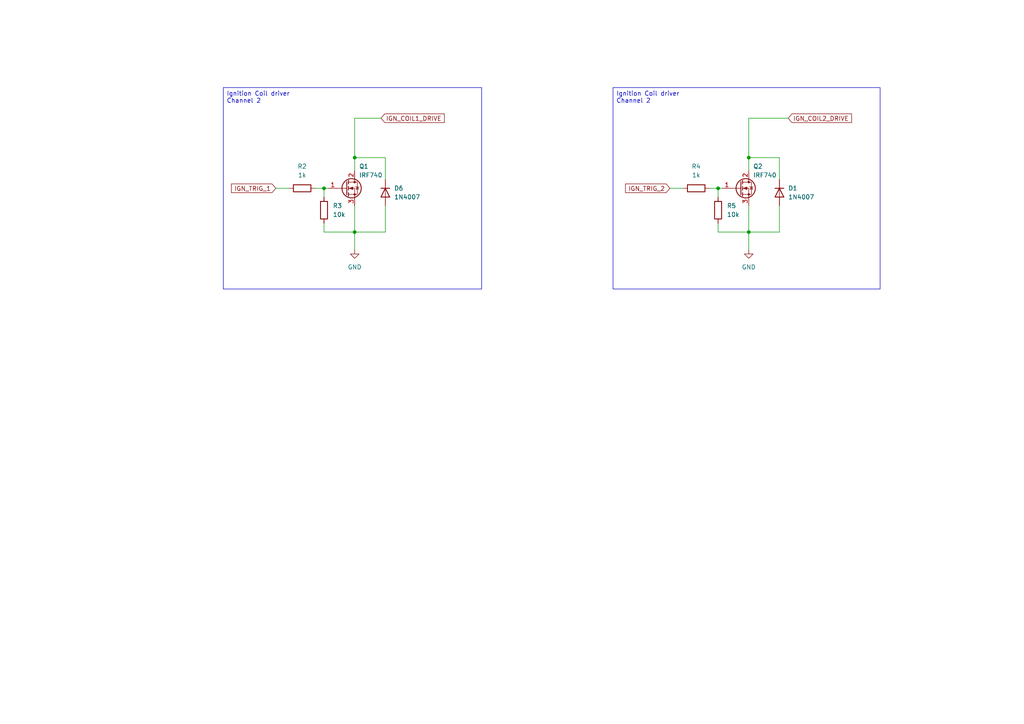
<source format=kicad_sch>
(kicad_sch (version 20230121) (generator eeschema)
  (paper "A4")
  (lib_symbols
    (symbol "Device:D" (pin_numbers hide) (pin_names (offset 1.016) hide)
      (property "Reference" "D" (at 0 2.54 0))
      (property "Value" "D" (at 0 -2.54 0))
      (symbol "D_0_1"
        (polyline (pts (xy -1.27 1.27) (xy -1.27 -1.27)) (stroke (width 0.254)))
        (polyline (pts (xy 1.27 0) (xy -1.27 0)))
        (polyline (pts (xy 1.27 1.27) (xy 1.27 -1.27) (xy -1.27 0) (xy 1.27 1.27)) (stroke (width 0.254)))
      )
      (symbol "D_1_1"
        (pin passive line (at -3.81 0 0) (length 2.54) (name "K") (number "1"))
        (pin passive line (at 3.81 0 180) (length 2.54) (name "A") (number "2"))
      )
    )
    (symbol "Device:R" (pin_numbers hide) (pin_names (offset 0))
      (property "Reference" "R" (at 2.032 0 90))
      (property "Value" "R" (at 0 0 90))
      (symbol "R_0_1"
        (rectangle (start -1.016 -2.54) (end 1.016 2.54) (stroke (width 0.254)))
      )
      (symbol "R_1_1"
        (pin passive line (at 0 3.81 270) (length 1.27) (name "~") (number "1"))
        (pin passive line (at 0 -3.81 90) (length 1.27) (name "~") (number "2"))
      )
    )
    (symbol "Transistor_FET:IRF740" (pin_names hide)
      (property "Reference" "Q" (at 6.35 1.905 0))
      (property "Value" "IRF740" (at 6.35 0 0))
      (symbol "IRF740_0_1"
        (polyline (pts (xy 0.254 0) (xy -2.54 0)))
        (polyline (pts (xy 0.254 1.905) (xy 0.254 -1.905)) (stroke (width 0.254)))
        (polyline (pts (xy 0.762 -1.27) (xy 0.762 -2.286)) (stroke (width 0.254)))
        (polyline (pts (xy 0.762 0.508) (xy 0.762 -0.508)) (stroke (width 0.254)))
        (polyline (pts (xy 0.762 2.286) (xy 0.762 1.27)) (stroke (width 0.254)))
        (polyline (pts (xy 2.54 2.54) (xy 2.54 1.778)))
        (polyline (pts (xy 2.54 -2.54) (xy 2.54 0) (xy 0.762 0)))
        (polyline (pts (xy 0.762 -1.778) (xy 3.302 -1.778) (xy 3.302 1.778) (xy 0.762 1.778)))
        (polyline (pts (xy 1.016 0) (xy 2.032 0.381) (xy 2.032 -0.381) (xy 1.016 0)) (fill (type outline)))
        (polyline (pts (xy 2.794 0.508) (xy 2.921 0.381) (xy 3.683 0.381) (xy 3.81 0.254)))
        (polyline (pts (xy 3.302 0.381) (xy 2.921 -0.254) (xy 3.683 -0.254) (xy 3.302 0.381)))
        (circle (center 1.651 0) (radius 2.794) (stroke (width 0.254)))
        (circle (center 2.54 -1.778) (radius 0.254) (fill (type outline)))
        (circle (center 2.54 1.778) (radius 0.254) (fill (type outline)))
      )
      (symbol "IRF740_1_1"
        (pin input line (at -5.08 0 0) (length 2.54) (name "G") (number "1"))
        (pin passive line (at 2.54 5.08 270) (length 2.54) (name "D") (number "2"))
        (pin passive line (at 2.54 -5.08 90) (length 2.54) (name "S") (number "3"))
      )
    )
    (symbol "power:GND" (power) (pin_names (offset 0))
      (property "Value" "GND" (at 0 -3.81 0))
      (symbol "GND_0_1"
        (polyline (pts (xy 0 0) (xy 0 -1.27) (xy 1.27 -1.27) (xy 0 -2.54) (xy -1.27 -1.27) (xy 0 -1.27)))
      )
      (symbol "GND_1_1"
        (pin power_in line (at 0 0 270) (length 0) hide (name "GND") (number "1"))
      )
    )
  )
  (junction (at 102.87 45.72))
  (junction (at 217.17 45.72))
  (junction (at 93.98 54.61))
  (junction (at 102.87 67.31))
  (junction (at 217.17 67.31))
  (junction (at 208.28 54.61))
  (wire (pts (xy 217.17 59.69) (xy 217.17 67.31)))
  (wire (pts (xy 226.06 67.31) (xy 217.17 67.31)))
  (wire (pts (xy 226.06 45.72) (xy 217.17 45.72)))
  (wire (pts (xy 208.28 64.77) (xy 208.28 67.31)))
  (wire (pts (xy 102.87 45.72) (xy 102.87 49.53)))
  (wire (pts (xy 91.44 54.61) (xy 93.98 54.61)))
  (wire (pts (xy 226.06 52.07) (xy 226.06 45.72)))
  (wire (pts (xy 102.87 34.29) (xy 110.49 34.29)))
  (wire (pts (xy 217.17 45.72) (xy 217.17 49.53)))
  (wire (pts (xy 80.01 54.61) (xy 83.82 54.61)))
  (wire (pts (xy 93.98 57.15) (xy 93.98 54.61)))
  (wire (pts (xy 102.87 34.29) (xy 102.87 45.72)))
  (wire (pts (xy 208.28 67.31) (xy 217.17 67.31)))
  (wire (pts (xy 217.17 67.31) (xy 217.17 72.39)))
  (wire (pts (xy 102.87 67.31) (xy 102.87 72.39)))
  (wire (pts (xy 111.76 67.31) (xy 102.87 67.31)))
  (wire (pts (xy 208.28 54.61) (xy 209.55 54.61)))
  (wire (pts (xy 217.17 34.29) (xy 228.6 34.29)))
  (wire (pts (xy 93.98 64.77) (xy 93.98 67.31)))
  (wire (pts (xy 208.28 57.15) (xy 208.28 54.61)))
  (wire (pts (xy 111.76 59.69) (xy 111.76 67.31)))
  (wire (pts (xy 93.98 54.61) (xy 95.25 54.61)))
  (wire (pts (xy 217.17 34.29) (xy 217.17 45.72)))
  (wire (pts (xy 205.74 54.61) (xy 208.28 54.61)))
  (wire (pts (xy 194.31 54.61) (xy 198.12 54.61)))
  (wire (pts (xy 102.87 59.69) (xy 102.87 67.31)))
  (wire (pts (xy 93.98 67.31) (xy 102.87 67.31)))
  (wire (pts (xy 226.06 59.69) (xy 226.06 67.31)))
  (wire (pts (xy 111.76 45.72) (xy 102.87 45.72)))
  (wire (pts (xy 111.76 52.07) (xy 111.76 45.72)))
  (text_box "Ignition Coil driver\nChannel 2" (at 64.77 25.4 0) (size 74.93 58.42) (effects (font (size 1.27 1.27)) (justify left top)))
  (text_box "Ignition Coil driver\nChannel 2" (at 177.8 25.4 0) (size 77.47 58.42) (effects (font (size 1.27 1.27)) (justify left top)))
  (global_label "IGN_COIL2_DRIVE" (shape input) (at 228.6 34.29 0) (property "Intersheetrefs" "${INTERSHEET_REFS}" (effects hide)))
  (global_label "IGN_COIL1_DRIVE" (shape input) (at 110.49 34.29 0) (property "Intersheetrefs" "${INTERSHEET_REFS}" (effects hide)))
  (global_label "IGN_TRIG_2" (shape input) (at 194.31 54.61 180) (property "Intersheetrefs" "${INTERSHEET_REFS}" (effects hide)))
  (global_label "IGN_TRIG_1" (shape input) (at 80.01 54.61 180) (property "Intersheetrefs" "${INTERSHEET_REFS}" (effects hide)))
  (symbol (lib_id "power:GND") (at 217.17 72.39 0) (unit 1)
    (property "Reference" "#PWR09" (effects hide))
    (property "Value" "GND" (at 217.17 77.47 0))
  )
  (symbol (lib_id "power:GND") (at 102.87 72.39 0) (unit 1)
    (property "Reference" "#PWR010" (effects hide))
    (property "Value" "GND" (at 102.87 77.47 0))
  )
  (symbol (lib_id "Transistor_FET:IRF740") (at 214.63 54.61 0) (unit 1)
    (property "Reference" "Q2" (at 218.44 48.26 0) (effects (justify left)))
    (property "Value" "IRF740" (at 218.44 50.8 0) (effects (justify left)))
    (property "Footprint" "Package_TO_SOT_THT:TO-220-3_Horizontal_TabDown" (effects hide))
    (property "Datasheet" "http://www.vishay.com/docs/91054/91054.pdf" (effects hide))
  )
  (symbol (lib_id "Device:R") (at 87.63 54.61 90) (unit 1)
    (property "Reference" "R2" (at 87.63 48.26 90))
    (property "Value" "1k" (at 87.63 50.8 90))
    (property "Footprint" "Resistor_THT:R_Axial_DIN0207_L6.3mm_D2.5mm_P10.16mm_Horizontal" (effects hide))
  )
  (symbol (lib_id "Device:R") (at 201.93 54.61 90) (unit 1)
    (property "Reference" "R4" (at 201.93 48.26 90))
    (property "Value" "1k" (at 201.93 50.8 90))
    (property "Footprint" "Resistor_THT:R_Axial_DIN0207_L6.3mm_D2.5mm_P10.16mm_Horizontal" (effects hide))
  )
  (symbol (lib_id "Transistor_FET:IRF740") (at 100.33 54.61 0) (unit 1)
    (property "Reference" "Q1" (at 104.14 48.26 0) (effects (justify left)))
    (property "Value" "IRF740" (at 104.14 50.8 0) (effects (justify left)))
    (property "Footprint" "Package_TO_SOT_THT:TO-220-3_Horizontal_TabDown" (effects hide))
    (property "Datasheet" "http://www.vishay.com/docs/91054/91054.pdf" (effects hide))
  )
  (symbol (lib_id "Device:D") (at 226.06 55.88 270) (unit 1)
    (property "Reference" "D1" (at 228.6 54.61 90) (effects (justify left)))
    (property "Value" "1N4007" (at 228.6 57.15 90) (effects (justify left)))
    (property "Footprint" "Diode_THT:D_A-405_P2.54mm_Vertical_AnodeUp" (effects hide))
    (property "Sim.Device" "D" (effects hide))
    (property "Sim.Pins" "1=K 2=A" (effects hide))
  )
  (symbol (lib_id "Device:R") (at 93.98 60.96 0) (unit 1)
    (property "Reference" "R3" (at 96.52 59.69 0) (effects (justify left)))
    (property "Value" "10k" (at 96.52 62.23 0) (effects (justify left)))
    (property "Footprint" "Resistor_THT:R_Axial_DIN0207_L6.3mm_D2.5mm_P10.16mm_Horizontal" (effects hide))
  )
  (symbol (lib_id "Device:R") (at 208.28 60.96 0) (unit 1)
    (property "Reference" "R5" (at 210.82 59.69 0) (effects (justify left)))
    (property "Value" "10k" (at 210.82 62.23 0) (effects (justify left)))
    (property "Footprint" "Resistor_THT:R_Axial_DIN0207_L6.3mm_D2.5mm_P10.16mm_Horizontal" (effects hide))
  )
  (symbol (lib_id "Device:D") (at 111.76 55.88 270) (unit 1)
    (property "Reference" "D6" (at 114.3 54.61 90) (effects (justify left)))
    (property "Value" "1N4007" (at 114.3 57.15 90) (effects (justify left)))
    (property "Footprint" "Diode_THT:D_A-405_P2.54mm_Vertical_AnodeUp" (effects hide))
    (property "Sim.Device" "D" (effects hide))
    (property "Sim.Pins" "1=K 2=A" (effects hide))
  )
)
</source>
